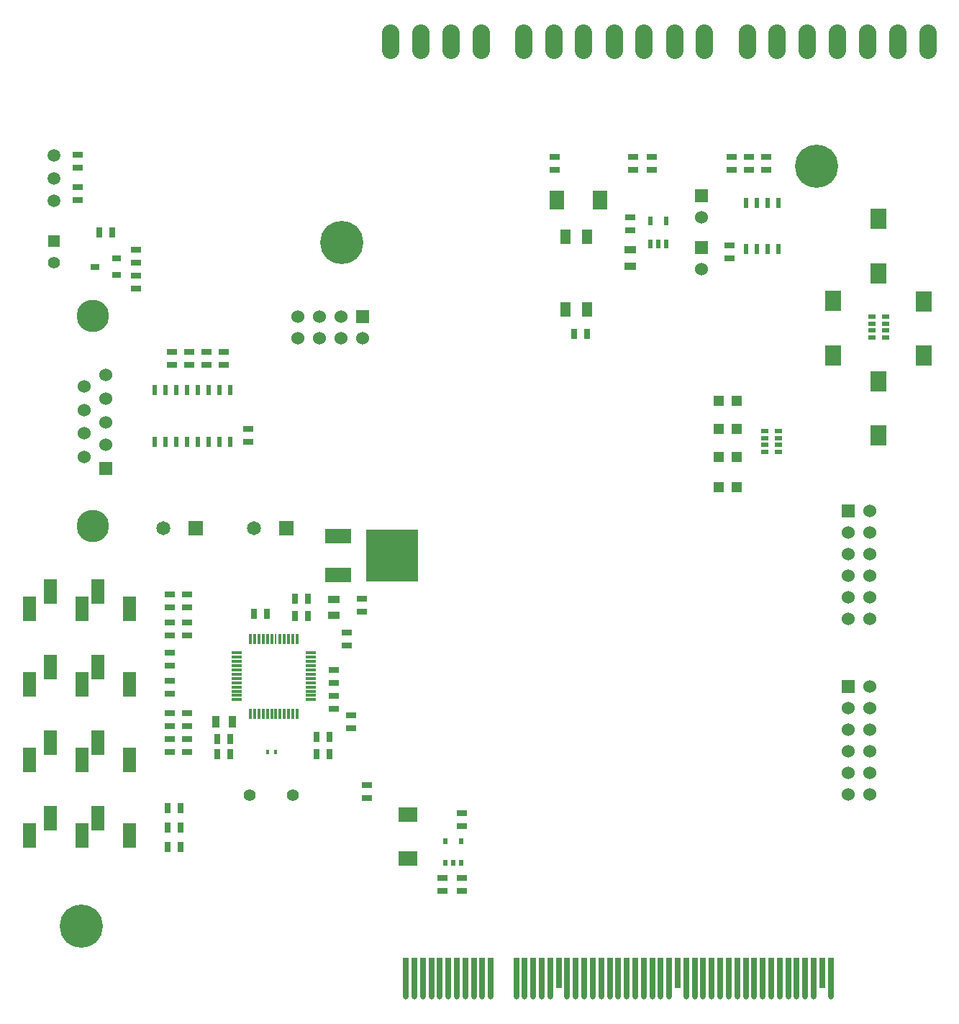
<source format=gts>
G04 (created by PCBNEW (2013-07-07 BZR 4022)-stable) date 16-12-2015 04:21:19 PM*
%MOIN*%
G04 Gerber Fmt 3.4, Leading zero omitted, Abs format*
%FSLAX34Y34*%
G01*
G70*
G90*
G04 APERTURE LIST*
%ADD10C,0.00590551*%
%ADD11C,0.2*%
%ADD12C,0.0256*%
%ADD13R,0.0256X0.1811*%
%ADD14R,0.0256X0.1417*%
%ADD15O,0.0256X0.0256*%
%ADD16R,0.055X0.035*%
%ADD17R,0.035X0.055*%
%ADD18R,0.045X0.025*%
%ADD19R,0.025X0.045*%
%ADD20C,0.056*%
%ADD21R,0.045X0.0118*%
%ADD22R,0.0118X0.045*%
%ADD23R,0.01X0.045*%
%ADD24R,0.0157X0.0236*%
%ADD25R,0.12X0.065*%
%ADD26R,0.24X0.24*%
%ADD27R,0.065X0.065*%
%ADD28C,0.065*%
%ADD29R,0.0590551X0.112205*%
%ADD30R,0.05X0.07*%
%ADD31R,0.036X0.02*%
%ADD32R,0.06X0.06*%
%ADD33C,0.06*%
%ADD34R,0.0472X0.0472*%
%ADD35R,0.0709X0.0866*%
%ADD36R,0.0866X0.0709*%
%ADD37C,0.15*%
%ADD38R,0.075X0.098*%
%ADD39R,0.0216535X0.0393701*%
%ADD40R,0.0200787X0.05*%
%ADD41O,0.08X0.16*%
%ADD42R,0.0200787X0.03*%
%ADD43R,0.0394X0.0276*%
%ADD44R,0.055X0.055*%
%ADD45C,0.055*%
%ADD46R,0.02X0.045*%
%ADD47C,0.0590551*%
G04 APERTURE END LIST*
G54D10*
G54D11*
X71724Y-19556D03*
G54D12*
X60176Y-58021D03*
G54D13*
X52696Y-57115D03*
X53090Y-57115D03*
X53483Y-57115D03*
X53877Y-57115D03*
X54271Y-57115D03*
X54664Y-57115D03*
X55058Y-57115D03*
X55452Y-57115D03*
X55845Y-57115D03*
X56239Y-57115D03*
X56633Y-57115D03*
X58601Y-57115D03*
X58995Y-57115D03*
X59389Y-57115D03*
G54D14*
X59782Y-56918D03*
G54D13*
X60176Y-57115D03*
X57814Y-57115D03*
X58208Y-57115D03*
G54D12*
X53483Y-58021D03*
X53877Y-58021D03*
X54271Y-58021D03*
X54664Y-58021D03*
X55058Y-58021D03*
X55452Y-58021D03*
X55845Y-58021D03*
X56239Y-58021D03*
X56633Y-58021D03*
X52696Y-58021D03*
X57814Y-58021D03*
X58208Y-58021D03*
X58601Y-58021D03*
X58995Y-58021D03*
X59389Y-58021D03*
X53090Y-58021D03*
G54D13*
X60570Y-57115D03*
X60963Y-57115D03*
X61357Y-57115D03*
X61751Y-57115D03*
X62144Y-57115D03*
X62538Y-57115D03*
X62932Y-57115D03*
X63326Y-57115D03*
X63719Y-57115D03*
X64113Y-57115D03*
X64507Y-57115D03*
X64900Y-57115D03*
G54D14*
X65294Y-56918D03*
G54D13*
X65688Y-57115D03*
X66081Y-57115D03*
X66475Y-57115D03*
X66869Y-57115D03*
X67263Y-57115D03*
X67656Y-57115D03*
X68050Y-57115D03*
X68444Y-57115D03*
X68837Y-57115D03*
X69231Y-57115D03*
X69625Y-57115D03*
X70018Y-57115D03*
X70412Y-57115D03*
X70806Y-57115D03*
X71200Y-57115D03*
X71593Y-57115D03*
G54D14*
X71987Y-56918D03*
G54D13*
X72381Y-57115D03*
G54D15*
X60570Y-58021D03*
X60963Y-58021D03*
X61357Y-58021D03*
X61751Y-58021D03*
X62144Y-58021D03*
X62538Y-58021D03*
X62932Y-58021D03*
X63326Y-58021D03*
X70412Y-58021D03*
X63719Y-58021D03*
X64113Y-58021D03*
X64507Y-58021D03*
X64900Y-58021D03*
X65688Y-58021D03*
X66081Y-58021D03*
X66475Y-58021D03*
X66869Y-58021D03*
X67263Y-58021D03*
X70806Y-58021D03*
X67656Y-58021D03*
X68050Y-58021D03*
X68444Y-58021D03*
X68837Y-58021D03*
X69231Y-58021D03*
X69625Y-58021D03*
X70018Y-58021D03*
X71200Y-58021D03*
X71593Y-58021D03*
X72381Y-58021D03*
G54D11*
X49715Y-23085D03*
X37656Y-54733D03*
G54D16*
X49375Y-39600D03*
X49375Y-40350D03*
G54D17*
X43900Y-45275D03*
X44650Y-45275D03*
G54D18*
X41775Y-43375D03*
X41775Y-43975D03*
X41775Y-40675D03*
X41775Y-41275D03*
X42575Y-39975D03*
X42575Y-39375D03*
X42575Y-40675D03*
X42575Y-41275D03*
X41775Y-39975D03*
X41775Y-39375D03*
X49962Y-41154D03*
X49962Y-41754D03*
G54D19*
X45675Y-40275D03*
X46275Y-40275D03*
X42275Y-51075D03*
X41675Y-51075D03*
X41675Y-50175D03*
X42275Y-50175D03*
X41675Y-49275D03*
X42275Y-49275D03*
X49175Y-45975D03*
X48575Y-45975D03*
G54D18*
X41775Y-46075D03*
X41775Y-46675D03*
X41775Y-42675D03*
X41775Y-42075D03*
X41775Y-45475D03*
X41775Y-44875D03*
X42575Y-45475D03*
X42575Y-44875D03*
X42575Y-46075D03*
X42575Y-46675D03*
X49375Y-42875D03*
X49375Y-43475D03*
G54D19*
X49175Y-46775D03*
X48575Y-46775D03*
G54D18*
X50891Y-48821D03*
X50891Y-48221D03*
X50175Y-44975D03*
X50175Y-45575D03*
G54D19*
X43975Y-46775D03*
X44575Y-46775D03*
G54D18*
X49375Y-44075D03*
X49375Y-44675D03*
G54D19*
X47575Y-40375D03*
X48175Y-40375D03*
G54D20*
X47475Y-48675D03*
X45475Y-48675D03*
G54D19*
X47575Y-39575D03*
X48175Y-39575D03*
X43975Y-46075D03*
X44575Y-46075D03*
G54D21*
X44850Y-44061D03*
X48300Y-43273D03*
X48300Y-43470D03*
X48300Y-43864D03*
X48300Y-43667D03*
X48300Y-44061D03*
X48300Y-44258D03*
X48300Y-42683D03*
X48300Y-42880D03*
X48300Y-43077D03*
X44850Y-44258D03*
G54D22*
X45492Y-41450D03*
X45689Y-41450D03*
X45886Y-41450D03*
X46083Y-41450D03*
X46280Y-41450D03*
X46477Y-41450D03*
G54D23*
X46673Y-41450D03*
G54D22*
X47461Y-44900D03*
X47264Y-44900D03*
X47067Y-44900D03*
X46870Y-44900D03*
X46673Y-44900D03*
X46477Y-44900D03*
X46280Y-44900D03*
X46083Y-44900D03*
X45886Y-44900D03*
X45689Y-44900D03*
X45492Y-44900D03*
X47658Y-44900D03*
X47658Y-41450D03*
X47461Y-41450D03*
X47264Y-41450D03*
X47067Y-41450D03*
X46870Y-41450D03*
G54D21*
X48300Y-42486D03*
X48300Y-42289D03*
X48300Y-42092D03*
X44850Y-43864D03*
X44850Y-43667D03*
X44850Y-43470D03*
X44850Y-43273D03*
X44850Y-43077D03*
X44850Y-42880D03*
X44850Y-42683D03*
X44850Y-42486D03*
X44850Y-42289D03*
X44850Y-42092D03*
G54D24*
X46652Y-46675D03*
X46298Y-46675D03*
G54D18*
X50675Y-39575D03*
X50675Y-40175D03*
G54D25*
X49575Y-36675D03*
G54D26*
X52075Y-37575D03*
G54D25*
X49575Y-38475D03*
G54D27*
X42950Y-36300D03*
G54D28*
X41450Y-36300D03*
G54D27*
X47150Y-36300D03*
G54D28*
X45650Y-36300D03*
G54D29*
X35247Y-50529D03*
X36231Y-49741D03*
X37688Y-50529D03*
X38436Y-49741D03*
X39893Y-50529D03*
X35247Y-47029D03*
X36231Y-46241D03*
X37688Y-47029D03*
X38436Y-46241D03*
X39893Y-47029D03*
X35247Y-43529D03*
X36231Y-42741D03*
X37688Y-43529D03*
X38436Y-42741D03*
X39893Y-43529D03*
X35247Y-40029D03*
X36231Y-39241D03*
X37688Y-40029D03*
X38436Y-39241D03*
X39893Y-40029D03*
G54D30*
X61100Y-26180D03*
X61100Y-22820D03*
X60100Y-26180D03*
X60100Y-22820D03*
G54D18*
X42650Y-28750D03*
X42650Y-28150D03*
X44250Y-28150D03*
X44250Y-28750D03*
X55300Y-50100D03*
X55300Y-49500D03*
X67800Y-19100D03*
X67800Y-19700D03*
X69400Y-19100D03*
X69400Y-19700D03*
X41850Y-28150D03*
X41850Y-28750D03*
X54400Y-52500D03*
X54400Y-53100D03*
X55300Y-52500D03*
X55300Y-53100D03*
G54D31*
X69964Y-31828D03*
X69336Y-31828D03*
X69964Y-32143D03*
X69336Y-32143D03*
X69964Y-32457D03*
X69336Y-32457D03*
X69964Y-32772D03*
X69336Y-32772D03*
X74286Y-27472D03*
X74914Y-27472D03*
X74286Y-27157D03*
X74914Y-27157D03*
X74286Y-26843D03*
X74914Y-26843D03*
X74286Y-26528D03*
X74914Y-26528D03*
G54D32*
X73200Y-35500D03*
G54D33*
X74200Y-35500D03*
X73200Y-36500D03*
X74200Y-36500D03*
X73200Y-37500D03*
X74200Y-37500D03*
X73200Y-38500D03*
X74200Y-38500D03*
X73200Y-39500D03*
X74200Y-39500D03*
X73200Y-40500D03*
X74200Y-40500D03*
G54D32*
X73200Y-43650D03*
G54D33*
X74200Y-43650D03*
X73200Y-44650D03*
X74200Y-44650D03*
X73200Y-45650D03*
X74200Y-45650D03*
X73200Y-46650D03*
X74200Y-46650D03*
X73200Y-47650D03*
X74200Y-47650D03*
X73200Y-48650D03*
X74200Y-48650D03*
G54D34*
X68013Y-31700D03*
X67187Y-31700D03*
X68013Y-33000D03*
X67187Y-33000D03*
X68013Y-34400D03*
X67187Y-34400D03*
X68013Y-30400D03*
X67187Y-30400D03*
G54D35*
X59698Y-21102D03*
X61705Y-21099D03*
G54D36*
X52802Y-51602D03*
X52799Y-49595D03*
G54D37*
X38193Y-26468D03*
X38193Y-36203D03*
G54D32*
X38800Y-33550D03*
G54D33*
X38800Y-32450D03*
X38800Y-31400D03*
X38800Y-30300D03*
X38800Y-29200D03*
X37800Y-33000D03*
X37800Y-31900D03*
X37800Y-30850D03*
X37800Y-29750D03*
G54D18*
X43450Y-28150D03*
X43450Y-28750D03*
G54D38*
X72500Y-28300D03*
X72500Y-25793D03*
G54D39*
X64025Y-23131D03*
X64775Y-23131D03*
X64025Y-22068D03*
X64400Y-23131D03*
X64775Y-22068D03*
G54D40*
X68450Y-23362D03*
X68950Y-23362D03*
X69450Y-23362D03*
X69950Y-23362D03*
X69950Y-21237D03*
X69450Y-21237D03*
X68950Y-21237D03*
X68450Y-21237D03*
G54D16*
X63100Y-24175D03*
X63100Y-23425D03*
G54D18*
X40200Y-23400D03*
X40200Y-24000D03*
X40200Y-25200D03*
X40200Y-24600D03*
G54D41*
X63730Y-13779D03*
X62350Y-13779D03*
X66530Y-13779D03*
X65150Y-13779D03*
X76880Y-13779D03*
X75500Y-13779D03*
X74080Y-13779D03*
X72700Y-13779D03*
X53380Y-13779D03*
X52000Y-13779D03*
X56180Y-13779D03*
X54800Y-13779D03*
G54D32*
X50700Y-26500D03*
G54D33*
X50700Y-27500D03*
X49700Y-26500D03*
X49700Y-27500D03*
X48700Y-26500D03*
X48700Y-27500D03*
X47700Y-26500D03*
X47700Y-27500D03*
G54D32*
X66400Y-23300D03*
G54D33*
X66400Y-24300D03*
G54D32*
X66400Y-20900D03*
G54D33*
X66400Y-21900D03*
G54D42*
X54525Y-51800D03*
X55274Y-51800D03*
X54525Y-50800D03*
X54900Y-51800D03*
X55274Y-50800D03*
G54D43*
X38300Y-24200D03*
X39300Y-23825D03*
X39300Y-24575D03*
G54D19*
X61100Y-27300D03*
X60500Y-27300D03*
G54D18*
X63220Y-19100D03*
X63220Y-19700D03*
X64100Y-19100D03*
X64100Y-19700D03*
X59600Y-19100D03*
X59600Y-19700D03*
X68600Y-19700D03*
X68600Y-19100D03*
G54D19*
X39100Y-22600D03*
X38500Y-22600D03*
G54D18*
X37500Y-19600D03*
X37500Y-19000D03*
G54D38*
X74600Y-24500D03*
X74600Y-21993D03*
X74600Y-29500D03*
X74600Y-32007D03*
X76700Y-25800D03*
X76700Y-28307D03*
G54D18*
X63100Y-21900D03*
X63100Y-22500D03*
X45400Y-31700D03*
X45400Y-32300D03*
X67700Y-23200D03*
X67700Y-23800D03*
G54D44*
X36400Y-23000D03*
G54D45*
X36400Y-24000D03*
G54D41*
X60930Y-13779D03*
X59550Y-13779D03*
X58170Y-13779D03*
X71280Y-13779D03*
X69900Y-13779D03*
X68520Y-13779D03*
G54D18*
X37500Y-20500D03*
X37500Y-21100D03*
G54D46*
X44550Y-32300D03*
X43550Y-32300D03*
X43050Y-32300D03*
X42550Y-32300D03*
X42050Y-32300D03*
X41550Y-32300D03*
X41050Y-32300D03*
X41050Y-29899D03*
X41550Y-29899D03*
X42050Y-29899D03*
X42550Y-29899D03*
X43050Y-29899D03*
X43550Y-29899D03*
X44050Y-29899D03*
X44550Y-29899D03*
X44050Y-32300D03*
G54D47*
X36400Y-20100D03*
X36400Y-19050D03*
X36400Y-21150D03*
M02*

</source>
